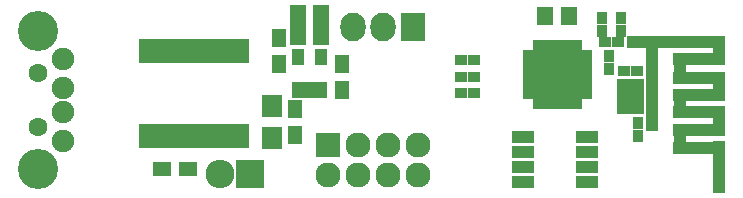
<source format=gts>
G04 #@! TF.FileFunction,Soldermask,Top*
%FSLAX46Y46*%
G04 Gerber Fmt 4.6, Leading zero omitted, Abs format (unit mm)*
G04 Created by KiCad (PCBNEW (2015-11-24 BZR 6329)-product) date Fri 06 May 2016 02:41:50 AM EDT*
%MOMM*%
G01*
G04 APERTURE LIST*
%ADD10C,0.100000*%
%ADD11R,0.850000X2.150000*%
%ADD12C,1.901140*%
%ADD13C,3.399740*%
%ADD14C,1.600000*%
%ADD15R,1.300000X1.600000*%
%ADD16R,1.600000X1.300000*%
%ADD17R,2.432000X2.432000*%
%ADD18O,2.432000X2.432000*%
%ADD19R,1.400000X3.400000*%
%ADD20R,1.700000X1.900000*%
%ADD21R,1.000000X1.400760*%
%ADD22R,4.400000X1.100000*%
%ADD23R,1.100000X2.400000*%
%ADD24R,8.400000X1.100000*%
%ADD25R,1.100000X1.900000*%
%ADD26R,1.100000X4.400000*%
%ADD27R,1.100000X7.400000*%
%ADD28R,1.000000X0.900000*%
%ADD29R,0.900000X1.000000*%
%ADD30R,1.400000X1.650000*%
%ADD31R,0.650000X1.100000*%
%ADD32R,1.100000X0.650000*%
%ADD33R,2.125000X2.125000*%
%ADD34R,1.950000X1.000000*%
%ADD35R,1.200000X1.500000*%
%ADD36R,2.127200X2.127200*%
%ADD37O,2.127200X2.127200*%
%ADD38R,2.127200X2.432000*%
%ADD39O,2.127200X2.432000*%
G04 APERTURE END LIST*
D10*
D11*
X142025000Y-101800000D03*
X141375000Y-101800000D03*
X140725000Y-101800000D03*
X140075000Y-101800000D03*
X139425000Y-101800000D03*
X138775000Y-101800000D03*
X138125000Y-101800000D03*
X137475000Y-101800000D03*
X136825000Y-101800000D03*
X136175000Y-101800000D03*
X135525000Y-101800000D03*
X134875000Y-101800000D03*
X134225000Y-101800000D03*
X133575000Y-101800000D03*
X133575000Y-109000000D03*
X134225000Y-109000000D03*
X134875000Y-109000000D03*
X135525000Y-109000000D03*
X136175000Y-109000000D03*
X136825000Y-109000000D03*
X137475000Y-109000000D03*
X138125000Y-109000000D03*
X138775000Y-109000000D03*
X139425000Y-109000000D03*
X140075000Y-109000000D03*
X140725000Y-109000000D03*
X141375000Y-109000000D03*
X142025000Y-109000000D03*
D12*
X126700000Y-102450000D03*
X126700000Y-104950000D03*
X126700000Y-106960000D03*
X126700000Y-109450000D03*
D13*
X124600000Y-100100000D03*
X124600000Y-111800000D03*
D14*
X124600000Y-103700000D03*
X124600000Y-108200000D03*
D15*
X145000000Y-102900000D03*
X145000000Y-100700000D03*
X150400000Y-102900000D03*
X150400000Y-105100000D03*
X146400000Y-106700000D03*
X146400000Y-108900000D03*
D16*
X135100000Y-111800000D03*
X137300000Y-111800000D03*
D17*
X142600000Y-112200000D03*
D18*
X140060000Y-112200000D03*
D19*
X146600000Y-99600000D03*
X148600000Y-99600000D03*
D20*
X144400000Y-106450000D03*
X144400000Y-109150000D03*
D21*
X146650040Y-105100480D03*
X147600000Y-105100480D03*
X148549960Y-105100480D03*
X148549960Y-102300000D03*
X146650040Y-102300000D03*
D22*
X180600000Y-110000000D03*
D23*
X178950000Y-109200000D03*
X182250000Y-107750000D03*
D22*
X180600000Y-108500000D03*
D23*
X178950000Y-106300000D03*
D22*
X180600000Y-107000000D03*
D23*
X182250000Y-104800000D03*
D22*
X180600000Y-105500000D03*
D23*
X178950000Y-103400000D03*
D24*
X178600000Y-101050000D03*
D22*
X180600000Y-102500000D03*
D25*
X182250000Y-101850000D03*
D22*
X180600000Y-104050000D03*
D26*
X182250000Y-111650000D03*
D27*
X176600000Y-104900000D03*
D28*
X172650000Y-101000000D03*
X173750000Y-101000000D03*
X174250000Y-103500000D03*
X175350000Y-103500000D03*
D29*
X175450000Y-107900000D03*
X175450000Y-109000000D03*
D30*
X167550000Y-98850000D03*
X169550000Y-98850000D03*
D29*
X174000000Y-100150000D03*
X174000000Y-99050000D03*
X172400000Y-100150000D03*
X172400000Y-99050000D03*
D28*
X160450000Y-102600000D03*
X161550000Y-102600000D03*
D29*
X172950000Y-103350000D03*
X172950000Y-102250000D03*
D28*
X161550000Y-104000000D03*
X160450000Y-104000000D03*
X161550000Y-105400000D03*
X160450000Y-105400000D03*
D31*
X170350000Y-101400000D03*
X169850000Y-101400000D03*
X169350000Y-101400000D03*
X168850000Y-101400000D03*
X168350000Y-101400000D03*
X167850000Y-101400000D03*
X167350000Y-101400000D03*
X166850000Y-101400000D03*
D32*
X166200000Y-102050000D03*
X166200000Y-102550000D03*
X166200000Y-103050000D03*
X166200000Y-103550000D03*
X166200000Y-104050000D03*
X166200000Y-104550000D03*
X166200000Y-105050000D03*
X166200000Y-105550000D03*
D31*
X166850000Y-106200000D03*
X167350000Y-106200000D03*
X167850000Y-106200000D03*
X168350000Y-106200000D03*
X168850000Y-106200000D03*
X169350000Y-106200000D03*
X169850000Y-106200000D03*
X170350000Y-106200000D03*
D32*
X171000000Y-105550000D03*
X171000000Y-105050000D03*
X171000000Y-104550000D03*
X171000000Y-104050000D03*
X171000000Y-103550000D03*
X171000000Y-103050000D03*
X171000000Y-102550000D03*
X171000000Y-102050000D03*
D33*
X167737500Y-104662500D03*
X169462500Y-104662500D03*
X167737500Y-102937500D03*
X169462500Y-102937500D03*
D34*
X165700000Y-109095000D03*
X165700000Y-110365000D03*
X165700000Y-111635000D03*
X165700000Y-112905000D03*
X171100000Y-112905000D03*
X171100000Y-111635000D03*
X171100000Y-110365000D03*
X171100000Y-109095000D03*
D35*
X174200000Y-104900000D03*
X175300000Y-104900000D03*
X174200000Y-106400000D03*
X175300000Y-106400000D03*
D36*
X149200000Y-109800000D03*
D37*
X149200000Y-112340000D03*
X151740000Y-109800000D03*
X151740000Y-112340000D03*
X154280000Y-109800000D03*
X154280000Y-112340000D03*
X156820000Y-109800000D03*
X156820000Y-112340000D03*
D38*
X156400000Y-99800000D03*
D39*
X153860000Y-99800000D03*
X151320000Y-99800000D03*
M02*

</source>
